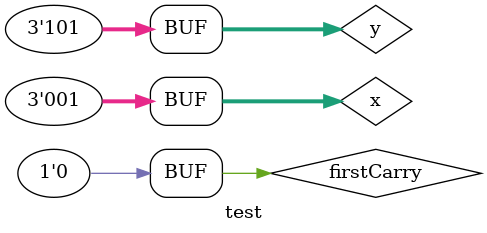
<source format=v>


   module fullAdder( output s,
	                  output nextCarry,
	                  input x,
							input y,
							input firstCarry);
	
	// Descrever por portas
	
	wire s1,s2,s3,nextCarry;
	
	xor xor1 (s1,x,y);
	xor xor2 (s,s1,firstCarry);
	and and1 (s2,x,y);
	and and2 (s3,s1,firstCarry);
	or  or1  (nextCarry,s2,s3);
	
	endmodule // fullAdder

// **************************

	module Questao1(output [2:0] s,
	                output nextCarry,
						 input [2:0] x,
						 input [2:0] y,
						 input firstCarry);

	
   fullAdder gate1(s[0],nextCarry,x[0],y[0],firstCarry);
	
	fullAdder gate2(s[1],nextCarry,x[1],y[1],firstCarry);
	
	fullAdder gate3(s[2],nextCarry,x[2],y[2],firstCarry);
	
   endmodule // Questao1
	
// **************************
// Definir dados
// **************************

   module test;
	
	reg  [2:0] x;
	reg  [2:0] y;
	reg  firstCarry;
	wire [2:0] s;
	wire nextCarry;

   Questao1 modulo(s,nextCarry,x,y,firstCarry);

// **************************
// Parte principal
// **************************

   initial begin:start
	

	   $display("Exemplo0021 - Isabel Bicalho Amaro - 451580");
		$display("Test ALU's full adder\n");
		
   // projetar testes do somador complete

   #1 x = 3'b000;  y = 3'b000;  firstCarry = 0;
	
	   $monitor("x = %3b  y = %3b  soma = %3b",x,y,s);
		
   #1 x = 3'b010;  y = 3'b010;
   #1 x = 3'b100;  y = 3'b011;
   #1 x = 3'b001;  y = 3'b101;

	
	end
	
	endmodule // test
</source>
